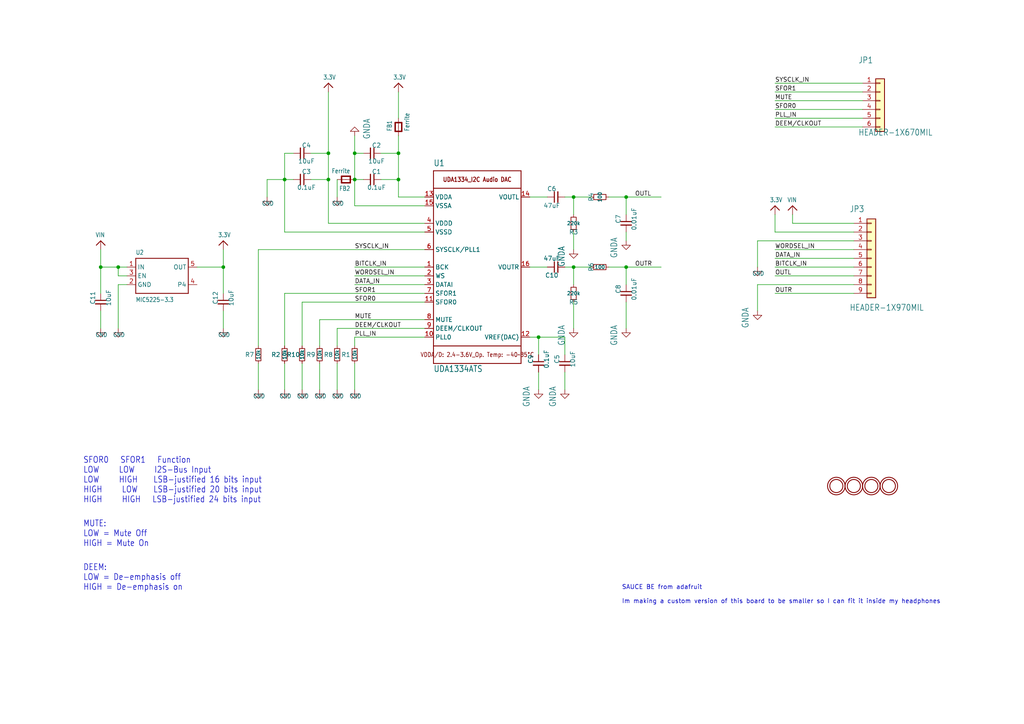
<source format=kicad_sch>
(kicad_sch (version 20211123) (generator eeschema)
  (paper "A4")
  (lib_symbols
    (symbol "Connector_Generic:Conn_01x06" (pin_names (offset 1.016) hide)
      (property "Reference" "J" (at 0 7.62 0))
      (property "Value" "Conn_01x06" (at 0 -10.16 0))
      (symbol "Conn_01x06_1_1"
        (rectangle (start -1.27 -7.493) (end 0 -7.747) (stroke (width 0.1524)))
        (rectangle (start -1.27 -4.953) (end 0 -5.207) (stroke (width 0.1524)))
        (rectangle (start -1.27 -2.413) (end 0 -2.667) (stroke (width 0.1524)))
        (rectangle (start -1.27 0.127) (end 0 -0.127) (stroke (width 0.1524)))
        (rectangle (start -1.27 2.667) (end 0 2.413) (stroke (width 0.1524)))
        (rectangle (start -1.27 5.207) (end 0 4.953) (stroke (width 0.1524)))
        (rectangle (start -1.27 6.35) (end 1.27 -8.89) (stroke (width 0.254)) (fill (type background)))
        (pin passive line (at -5.08 5.08 0) (length 3.81) (name "Pin_1") (number "1"))
        (pin passive line (at -5.08 2.54 0) (length 3.81) (name "Pin_2") (number "2"))
        (pin passive line (at -5.08 0 0) (length 3.81) (name "Pin_3") (number "3"))
        (pin passive line (at -5.08 -2.54 0) (length 3.81) (name "Pin_4") (number "4"))
        (pin passive line (at -5.08 -5.08 0) (length 3.81) (name "Pin_5") (number "5"))
        (pin passive line (at -5.08 -7.62 0) (length 3.81) (name "Pin_6") (number "6"))
      )
    )
    (symbol "Connector_Generic:Conn_01x09" (pin_names (offset 1.016) hide)
      (property "Reference" "J" (at 0 12.7 0))
      (property "Value" "Conn_01x09" (at 0 -12.7 0))
      (symbol "Conn_01x09_1_1"
        (rectangle (start -1.27 -10.033) (end 0 -10.287) (stroke (width 0.1524)))
        (rectangle (start -1.27 -7.493) (end 0 -7.747) (stroke (width 0.1524)))
        (rectangle (start -1.27 -4.953) (end 0 -5.207) (stroke (width 0.1524)))
        (rectangle (start -1.27 -2.413) (end 0 -2.667) (stroke (width 0.1524)))
        (rectangle (start -1.27 0.127) (end 0 -0.127) (stroke (width 0.1524)))
        (rectangle (start -1.27 2.667) (end 0 2.413) (stroke (width 0.1524)))
        (rectangle (start -1.27 5.207) (end 0 4.953) (stroke (width 0.1524)))
        (rectangle (start -1.27 7.747) (end 0 7.493) (stroke (width 0.1524)))
        (rectangle (start -1.27 10.287) (end 0 10.033) (stroke (width 0.1524)))
        (rectangle (start -1.27 11.43) (end 1.27 -11.43) (stroke (width 0.254)) (fill (type background)))
        (pin passive line (at -5.08 10.16 0) (length 3.81) (name "Pin_1") (number "1"))
        (pin passive line (at -5.08 7.62 0) (length 3.81) (name "Pin_2") (number "2"))
        (pin passive line (at -5.08 5.08 0) (length 3.81) (name "Pin_3") (number "3"))
        (pin passive line (at -5.08 2.54 0) (length 3.81) (name "Pin_4") (number "4"))
        (pin passive line (at -5.08 0 0) (length 3.81) (name "Pin_5") (number "5"))
        (pin passive line (at -5.08 -2.54 0) (length 3.81) (name "Pin_6") (number "6"))
        (pin passive line (at -5.08 -5.08 0) (length 3.81) (name "Pin_7") (number "7"))
        (pin passive line (at -5.08 -7.62 0) (length 3.81) (name "Pin_8") (number "8"))
        (pin passive line (at -5.08 -10.16 0) (length 3.81) (name "Pin_9") (number "9"))
      )
    )
    (symbol "Device:C_Small" (pin_numbers hide) (pin_names (offset 0.254) hide)
      (property "Reference" "C" (at 0.254 1.778 0))
      (property "Value" "C_Small" (at 0.254 -2.032 0))
      (symbol "C_Small_0_1"
        (polyline (pts (xy -1.524 -0.508) (xy 1.524 -0.508)) (stroke (width 0.3302)))
        (polyline (pts (xy -1.524 0.508) (xy 1.524 0.508)) (stroke (width 0.3048)))
      )
      (symbol "C_Small_1_1"
        (pin passive line (at 0 2.54 270) (length 2.032) (name "~") (number "1"))
        (pin passive line (at 0 -2.54 90) (length 2.032) (name "~") (number "2"))
      )
    )
    (symbol "Device:R_Small" (pin_numbers hide) (pin_names (offset 0.254) hide)
      (property "Reference" "R" (at 0.762 0.508 0))
      (property "Value" "R_Small" (at 0.762 -1.016 0))
      (symbol "R_Small_0_1"
        (rectangle (start -0.762 1.778) (end 0.762 -1.778) (stroke (width 0.2032)))
      )
      (symbol "R_Small_1_1"
        (pin passive line (at 0 2.54 270) (length 0.762) (name "~") (number "1"))
        (pin passive line (at 0 -2.54 90) (length 0.762) (name "~") (number "2"))
      )
    )
    (symbol "UDA1334-eagle-import:3.3V" (power)
      (property "Value" "3.3V" (at -1.524 1.016 0))
      (symbol "3.3V_1_0"
        (polyline (pts (xy -1.27 -1.27) (xy 0 0)) (stroke (width 0.254)))
        (polyline (pts (xy 0 0) (xy 1.27 -1.27)) (stroke (width 0.254)))
        (pin power_in line (at 0 -2.54 90) (length 2.54) (name "3.3V") (number "1"))
      )
    )
    (symbol "UDA1334-eagle-import:AUDIO_I2S_UDA1334{dblquote}{dblquote}"
      (property "Reference" "U" (at -12.7 29.21 0))
      (property "Value" "AUDIO_I2S_UDA1334{dblquote}{dblquote}" (at -12.7 -30.48 0))
      (symbol "AUDIO_I2S_UDA1334{dblquote}{dblquote}_1_0"
        (polyline (pts (xy -12.7 -27.94) (xy 12.7 -27.94)) (stroke (width 0.254)))
        (polyline (pts (xy -12.7 -22.86) (xy -12.7 -27.94)) (stroke (width 0.254)))
        (polyline (pts (xy -12.7 -22.86) (xy -12.7 22.86)) (stroke (width 0.254)))
        (polyline (pts (xy -12.7 22.86) (xy -12.7 27.94)) (stroke (width 0.254)))
        (polyline (pts (xy -12.7 22.86) (xy 12.7 22.86)) (stroke (width 0.254)))
        (polyline (pts (xy -12.7 27.94) (xy 12.7 27.94)) (stroke (width 0.254)))
        (polyline (pts (xy 12.7 -27.94) (xy 12.7 -22.86)) (stroke (width 0.254)))
        (polyline (pts (xy 12.7 -22.86) (xy -12.7 -22.86)) (stroke (width 0.254)))
        (polyline (pts (xy 12.7 22.86) (xy 12.7 -22.86)) (stroke (width 0.254)))
        (polyline (pts (xy 12.7 27.94) (xy 12.7 22.86)) (stroke (width 0.254)))
        (text "UDA1334_I2C Audio DAC" (at 0 25.4 0) (effects (font (size 1.27 1.0795) (thickness 0.2159) bold)))
        (text "VDDA/D: 2.4-3.6V_Op. Temp: -40~85°C" (at 0 -25.4 0) (effects (font (size 1.27 1.0795))))
        (pin input line (at -15.24 0 0) (length 2.54) (name "BCK") (number "1"))
        (pin input line (at -15.24 -20.32 0) (length 2.54) (name "PLL0") (number "10"))
        (pin input line (at -15.24 -10.16 0) (length 2.54) (name "SFOR0") (number "11"))
        (pin output line (at 15.24 -20.32 180) (length 2.54) (name "VREF(DAC)") (number "12"))
        (pin power_in line (at -15.24 20.32 0) (length 2.54) (name "VDDA") (number "13"))
        (pin output line (at 15.24 20.32 180) (length 2.54) (name "VOUTL") (number "14"))
        (pin power_in line (at -15.24 17.78 0) (length 2.54) (name "VSSA") (number "15"))
        (pin output line (at 15.24 0 180) (length 2.54) (name "VOUTR") (number "16"))
        (pin input line (at -15.24 -2.54 0) (length 2.54) (name "WS") (number "2"))
        (pin input line (at -15.24 -5.08 0) (length 2.54) (name "DATAI") (number "3"))
        (pin power_in line (at -15.24 12.7 0) (length 2.54) (name "VDDD") (number "4"))
        (pin power_in line (at -15.24 10.16 0) (length 2.54) (name "VSSD") (number "5"))
        (pin input line (at -15.24 5.08 0) (length 2.54) (name "SYSCLK/PLL1") (number "6"))
        (pin input line (at -15.24 -7.62 0) (length 2.54) (name "SFOR1") (number "7"))
        (pin input line (at -15.24 -15.24 0) (length 2.54) (name "MUTE") (number "8"))
        (pin bidirectional line (at -15.24 -17.78 0) (length 2.54) (name "DEEM/CLKOUT") (number "9"))
      )
    )
    (symbol "UDA1334-eagle-import:FERRITE0805"
      (property "Reference" "FB" (at -1.27 1.905 0))
      (property "Value" "FERRITE0805" (at -1.27 -3.175 0))
      (symbol "FERRITE0805_1_0"
        (polyline (pts (xy -1.27 -0.9525) (xy -1.27 0.9525)) (stroke (width 0.4064)))
        (polyline (pts (xy -1.27 0.9525) (xy 1.27 0.9525)) (stroke (width 0.4064)))
        (polyline (pts (xy 1.27 -0.9525) (xy -1.27 -0.9525)) (stroke (width 0.4064)))
        (polyline (pts (xy 1.27 0.9525) (xy 1.27 -0.9525)) (stroke (width 0.4064)))
        (pin passive line (at -2.54 0 0) (length 2.54) (name "P$1") (number "1"))
        (pin passive line (at 2.54 0 180) (length 2.54) (name "P$2") (number "2"))
      )
    )
    (symbol "UDA1334-eagle-import:MOUNTINGHOLE2.5"
      (symbol "MOUNTINGHOLE2.5_1_0"
        (circle (center 0 0) (radius 1.905) (stroke (width 0.254)))
        (circle (center 0 0) (radius 2.54) (stroke (width 0.254)))
      )
    )
    (symbol "UDA1334-eagle-import:VIN" (power)
      (property "Value" "VIN" (at -1.524 1.016 0))
      (symbol "VIN_1_0"
        (polyline (pts (xy -1.27 -1.27) (xy 0 0)) (stroke (width 0.254)))
        (polyline (pts (xy 0 0) (xy 1.27 -1.27)) (stroke (width 0.254)))
        (pin power_in line (at 0 -2.54 90) (length 2.54) (name "VIN") (number "1"))
      )
    )
    (symbol "UDA1334-eagle-import:VREG_SOT23-5"
      (property "Reference" "U" (at -7.62 6.096 0))
      (property "Value" "VREG_SOT23-5" (at -7.62 -7.62 0))
      (symbol "VREG_SOT23-5_1_0"
        (polyline (pts (xy -7.62 -5.08) (xy -7.62 5.08)) (stroke (width 0.254)))
        (polyline (pts (xy -7.62 5.08) (xy 7.62 5.08)) (stroke (width 0.254)))
        (polyline (pts (xy 7.62 -5.08) (xy -7.62 -5.08)) (stroke (width 0.254)))
        (polyline (pts (xy 7.62 5.08) (xy 7.62 -5.08)) (stroke (width 0.254)))
        (pin power_in line (at -10.16 2.54 0) (length 2.54) (name "IN") (number "1"))
        (pin power_in line (at -10.16 -2.54 0) (length 2.54) (name "GND") (number "2"))
        (pin input line (at -10.16 0 0) (length 2.54) (name "EN") (number "3"))
        (pin bidirectional line (at 10.16 -2.54 180) (length 2.54) (name "P4") (number "4"))
        (pin power_in line (at 10.16 2.54 180) (length 2.54) (name "OUT") (number "5"))
      )
    )
    (symbol "power:GND" (power) (pin_names (offset 0))
      (property "Value" "GND" (at 0 -3.81 0))
      (symbol "GND_0_1"
        (polyline (pts (xy 0 0) (xy 0 -1.27) (xy 1.27 -1.27) (xy 0 -2.54) (xy -1.27 -1.27) (xy 0 -1.27)))
      )
      (symbol "GND_1_1"
        (pin power_in line (at 0 0 270) (length 0) hide (name "GND") (number "1"))
      )
    )
    (symbol "power:GNDA" (power) (pin_names (offset 0))
      (property "Value" "GNDA" (at 0 -3.81 0))
      (symbol "GNDA_0_1"
        (polyline (pts (xy 0 0) (xy 0 -1.27) (xy 1.27 -1.27) (xy 0 -2.54) (xy -1.27 -1.27) (xy 0 -1.27)))
      )
      (symbol "GNDA_1_1"
        (pin power_in line (at 0 0 270) (length 0) hide (name "GNDA") (number "1"))
      )
    )
  )
  (junction (at 29.21 77.47))
  (junction (at 166.37 77.47))
  (junction (at 156.21 97.79))
  (junction (at 82.55 52.07))
  (junction (at 115.57 44.45))
  (junction (at 64.77 77.47))
  (junction (at 102.87 44.45))
  (junction (at 102.87 52.07))
  (junction (at 95.25 52.07))
  (junction (at 181.61 77.47))
  (junction (at 166.37 57.15))
  (junction (at 181.61 57.15))
  (junction (at 34.29 77.47))
  (junction (at 95.25 44.45))
  (junction (at 115.57 52.07))
  (wire (pts (xy 250.19 24.13) (xy 224.79 24.13)))
  (wire (pts (xy 229.87 64.77) (xy 229.87 62.23)))
  (wire (pts (xy 166.37 77.47) (xy 171.45 77.47)))
  (wire (pts (xy 247.65 77.47) (xy 224.79 77.47)))
  (wire (pts (xy 123.19 77.47) (xy 102.87 77.47)))
  (wire (pts (xy 181.61 87.63) (xy 181.61 95.25)))
  (wire (pts (xy 219.71 69.85) (xy 219.71 77.47)))
  (wire (pts (xy 153.67 97.79) (xy 156.21 97.79)))
  (wire (pts (xy 250.19 31.75) (xy 224.79 31.75)))
  (wire (pts (xy 95.25 64.77) (xy 95.25 52.07)))
  (wire (pts (xy 34.29 80.01) (xy 34.29 77.47)))
  (wire (pts (xy 166.37 57.15) (xy 163.83 57.15)))
  (wire (pts (xy 123.19 59.69) (xy 102.87 59.69)))
  (wire (pts (xy 156.21 97.79) (xy 163.83 97.79)))
  (wire (pts (xy 247.65 72.39) (xy 224.79 72.39)))
  (wire (pts (xy 102.87 44.45) (xy 105.41 44.45)))
  (wire (pts (xy 92.71 92.71) (xy 92.71 100.33)))
  (wire (pts (xy 77.47 52.07) (xy 77.47 57.15)))
  (wire (pts (xy 64.77 90.17) (xy 64.77 95.25)))
  (wire (pts (xy 92.71 105.41) (xy 92.71 113.03)))
  (wire (pts (xy 97.79 105.41) (xy 97.79 113.03)))
  (wire (pts (xy 166.37 57.15) (xy 171.45 57.15)))
  (wire (pts (xy 219.71 82.55) (xy 219.71 90.17)))
  (wire (pts (xy 156.21 97.79) (xy 156.21 102.87)))
  (wire (pts (xy 82.55 85.09) (xy 82.55 100.33)))
  (wire (pts (xy 115.57 34.29) (xy 115.57 26.67)))
  (wire (pts (xy 82.55 105.41) (xy 82.55 113.03)))
  (wire (pts (xy 64.77 77.47) (xy 64.77 72.39)))
  (wire (pts (xy 82.55 52.07) (xy 77.47 52.07)))
  (wire (pts (xy 87.63 87.63) (xy 87.63 100.33)))
  (wire (pts (xy 153.67 77.47) (xy 158.75 77.47)))
  (wire (pts (xy 163.83 97.79) (xy 163.83 102.87)))
  (wire (pts (xy 115.57 44.45) (xy 115.57 39.37)))
  (wire (pts (xy 29.21 77.47) (xy 29.21 85.09)))
  (wire (pts (xy 36.83 82.55) (xy 34.29 82.55)))
  (wire (pts (xy 87.63 105.41) (xy 87.63 113.03)))
  (wire (pts (xy 90.17 52.07) (xy 95.25 52.07)))
  (wire (pts (xy 57.15 77.47) (xy 64.77 77.47)))
  (wire (pts (xy 105.41 52.07) (xy 102.87 52.07)))
  (wire (pts (xy 181.61 57.15) (xy 181.61 62.23)))
  (wire (pts (xy 123.19 57.15) (xy 115.57 57.15)))
  (wire (pts (xy 29.21 90.17) (xy 29.21 95.25)))
  (wire (pts (xy 247.65 80.01) (xy 224.79 80.01)))
  (wire (pts (xy 123.19 92.71) (xy 92.71 92.71)))
  (wire (pts (xy 123.19 95.25) (xy 97.79 95.25)))
  (wire (pts (xy 247.65 85.09) (xy 224.79 85.09)))
  (wire (pts (xy 82.55 52.07) (xy 82.55 44.45)))
  (wire (pts (xy 110.49 44.45) (xy 115.57 44.45)))
  (wire (pts (xy 247.65 64.77) (xy 229.87 64.77)))
  (wire (pts (xy 166.37 77.47) (xy 163.83 77.47)))
  (wire (pts (xy 102.87 39.37) (xy 102.87 44.45)))
  (wire (pts (xy 123.19 97.79) (xy 102.87 97.79)))
  (wire (pts (xy 36.83 80.01) (xy 34.29 80.01)))
  (wire (pts (xy 181.61 67.31) (xy 181.61 69.85)))
  (wire (pts (xy 123.19 72.39) (xy 74.93 72.39)))
  (wire (pts (xy 97.79 52.07) (xy 97.79 57.15)))
  (wire (pts (xy 247.65 69.85) (xy 219.71 69.85)))
  (wire (pts (xy 36.83 77.47) (xy 34.29 77.47)))
  (wire (pts (xy 250.19 34.29) (xy 224.79 34.29)))
  (wire (pts (xy 34.29 77.47) (xy 29.21 77.47)))
  (wire (pts (xy 34.29 82.55) (xy 34.29 95.25)))
  (wire (pts (xy 123.19 64.77) (xy 95.25 64.77)))
  (wire (pts (xy 153.67 57.15) (xy 158.75 57.15)))
  (wire (pts (xy 102.87 97.79) (xy 102.87 100.33)))
  (wire (pts (xy 123.19 85.09) (xy 82.55 85.09)))
  (wire (pts (xy 181.61 57.15) (xy 191.77 57.15)))
  (wire (pts (xy 176.53 57.15) (xy 181.61 57.15)))
  (wire (pts (xy 102.87 52.07) (xy 102.87 44.45)))
  (wire (pts (xy 74.93 72.39) (xy 74.93 100.33)))
  (wire (pts (xy 123.19 87.63) (xy 87.63 87.63)))
  (wire (pts (xy 166.37 77.47) (xy 166.37 82.55)))
  (wire (pts (xy 82.55 44.45) (xy 85.09 44.45)))
  (wire (pts (xy 250.19 29.21) (xy 224.79 29.21)))
  (wire (pts (xy 247.65 67.31) (xy 224.79 67.31)))
  (wire (pts (xy 95.25 44.45) (xy 95.25 26.67)))
  (wire (pts (xy 115.57 52.07) (xy 115.57 44.45)))
  (wire (pts (xy 29.21 77.47) (xy 29.21 72.39)))
  (wire (pts (xy 166.37 67.31) (xy 166.37 72.39)))
  (wire (pts (xy 247.65 74.93) (xy 224.79 74.93)))
  (wire (pts (xy 181.61 77.47) (xy 181.61 82.55)))
  (wire (pts (xy 250.19 26.67) (xy 224.79 26.67)))
  (wire (pts (xy 156.21 107.95) (xy 156.21 113.03)))
  (wire (pts (xy 90.17 44.45) (xy 95.25 44.45)))
  (wire (pts (xy 163.83 107.95) (xy 163.83 113.03)))
  (wire (pts (xy 123.19 80.01) (xy 102.87 80.01)))
  (wire (pts (xy 102.87 105.41) (xy 102.87 113.03)))
  (wire (pts (xy 166.37 57.15) (xy 166.37 62.23)))
  (wire (pts (xy 64.77 77.47) (xy 64.77 85.09)))
  (wire (pts (xy 181.61 77.47) (xy 191.77 77.47)))
  (wire (pts (xy 224.79 67.31) (xy 224.79 62.23)))
  (wire (pts (xy 82.55 67.31) (xy 82.55 52.07)))
  (wire (pts (xy 95.25 52.07) (xy 95.25 44.45)))
  (wire (pts (xy 97.79 95.25) (xy 97.79 100.33)))
  (wire (pts (xy 166.37 87.63) (xy 166.37 95.25)))
  (wire (pts (xy 123.19 82.55) (xy 102.87 82.55)))
  (wire (pts (xy 110.49 52.07) (xy 115.57 52.07)))
  (wire (pts (xy 176.53 77.47) (xy 181.61 77.47)))
  (wire (pts (xy 250.19 36.83) (xy 224.79 36.83)))
  (wire (pts (xy 247.65 82.55) (xy 219.71 82.55)))
  (wire (pts (xy 102.87 59.69) (xy 102.87 52.07)))
  (wire (pts (xy 85.09 52.07) (xy 82.55 52.07)))
  (wire (pts (xy 115.57 57.15) (xy 115.57 52.07)))
  (wire (pts (xy 123.19 67.31) (xy 82.55 67.31)))
  (wire (pts (xy 74.93 105.41) (xy 74.93 113.03)))
  (text "MUTE:\nLOW = Mute Off\nHIGH = Mute On" (at 24.13 158.75 180) (effects (font (size 1.778 1.5113)) (justify left bottom)))
  (text "SFOR0   SFOR1   Function\nLOW     LOW     I2S-Bus Input\nLOW     HIGH    LSB-justified 16 bits input\nHIGH     LOW    LSB-justified 20 bits input\nHIGH     HIGH   LSB-justified 24 bits input" (at 24.13 146.05 0) (effects (font (size 1.778 1.5113)) (justify left bottom)))
  (text "DEEM:\nLOW = De-emphasis off\nHIGH = De-emphasis on" (at 24.13 171.45 180) (effects (font (size 1.778 1.5113)) (justify left bottom)))
  (text "SAUCE BE from adafruit\n\nIm making a custom version of this board to be smaller so I can fit it inside my headphones" (at 180.34 175.26 0) (effects (font (size 1.27 1.27)) (justify left bottom)))
  (label "OUTL" (at 224.79 80.01 0) (effects (font (size 1.2446 1.2446))))
  (label "SYSCLK_IN" (at 224.79 24.13 0) (effects (font (size 1.2446 1.2446))))
  (label "SFOR0" (at 102.87 87.63 0) (effects (font (size 1.2446 1.2446))))
  (label "PLL_IN" (at 224.79 34.29 0) (effects (font (size 1.2446 1.2446))))
  (label "OUTL" (at 184.15 57.15 0) (effects (font (size 1.2446 1.2446))))
  (label "PLL_IN" (at 102.87 97.79 0) (effects (font (size 1.2446 1.2446))))
  (label "OUTR" (at 224.79 85.09 0) (effects (font (size 1.2446 1.2446))))
  (label "MUTE" (at 224.79 29.21 0) (effects (font (size 1.2446 1.2446))))
  (label "WORDSEL_IN" (at 102.87 80.01 0) (effects (font (size 1.2446 1.2446))))
  (label "MUTE" (at 102.87 92.71 0) (effects (font (size 1.2446 1.2446))))
  (label "SYSCLK_IN" (at 102.87 72.39 0) (effects (font (size 1.2446 1.2446))))
  (label "OUTR" (at 184.15 77.47 0) (effects (font (size 1.2446 1.2446))))
  (label "BITCLK_IN" (at 224.79 77.47 0) (effects (font (size 1.2446 1.2446))))
  (label "DEEM/CLKOUT" (at 102.87 95.25 0) (effects (font (size 1.2446 1.2446))))
  (label "SFOR1" (at 224.79 26.67 0) (effects (font (size 1.2446 1.2446))))
  (label "WORDSEL_IN" (at 224.79 72.39 0) (effects (font (size 1.2446 1.2446))))
  (label "DEEM/CLKOUT" (at 224.79 36.83 0) (effects (font (size 1.2446 1.2446))))
  (label "SFOR0" (at 224.79 31.75 0) (effects (font (size 1.2446 1.2446))))
  (label "DATA_IN" (at 224.79 74.93 0) (effects (font (size 1.2446 1.2446))))
  (label "BITCLK_IN" (at 102.87 77.47 0) (effects (font (size 1.2446 1.2446))))
  (label "SFOR1" (at 102.87 85.09 0) (effects (font (size 1.2446 1.2446))))
  (label "DATA_IN" (at 102.87 82.55 0) (effects (font (size 1.2446 1.2446))))
  (symbol (lib_id "power:GND") (at 219.71 77.47 0) (unit 1)
    (property "Reference" "#U$26" (effects hide))
    (property "Value" "GND" (at 218.186 80.01 0) (effects (font (size 1.27 1.0795)) (justify left bottom)))
  )
  (symbol (lib_id "Device:R_Small") (at 92.71 102.87 180) (unit 1)
    (property "Reference" "R9" (at 90.17 102.87 0))
    (property "Value" "10k" (at 92.71 102.87 90) (effects (font (size 1.016 1.016) bold)))
    (property "Footprint" "Resistor_SMD:R_0603_1608Metric" (effects hide))
  )
  (symbol (lib_id "power:GND") (at 64.77 95.25 0) (unit 1)
    (property "Reference" "#U$20" (effects hide))
    (property "Value" "GND" (at 63.246 97.79 0) (effects (font (size 1.27 1.0795)) (justify left bottom)))
  )
  (symbol (lib_id "UDA1334-eagle-import:VIN") (at 29.21 69.85 0) (unit 1)
    (property "Reference" "#U$22" (effects hide))
    (property "Value" "VIN" (at 27.686 68.834 0) (effects (font (size 1.27 1.0795)) (justify left bottom)))
  )
  (symbol (lib_id "Device:R_Small") (at 166.37 64.77 180) (unit 1)
    (property "Reference" "R3" (at 166.37 67.31 0))
    (property "Value" "220k" (at 166.37 64.77 0) (effects (font (size 1.016 1.016) bold)))
    (property "Footprint" "Capacitor_SMD:C_0805_2012Metric" (effects hide))
  )
  (symbol (lib_id "Device:C_Small") (at 181.61 64.77 0) (unit 1)
    (property "Reference" "C7" (at 179.32 63.52 90))
    (property "Value" "0.01uF" (at 183.91 63.52 90))
    (property "Footprint" "Capacitor_SMD:C_0805_2012Metric" (effects hide))
  )
  (symbol (lib_id "Device:C_Small") (at 107.95 44.45 270) (unit 1)
    (property "Reference" "C2" (at 109.2 42.16 90))
    (property "Value" "10uF" (at 109.2 46.75 90))
    (property "Footprint" "Capacitor_SMD:C_0805_2012Metric" (effects hide))
  )
  (symbol (lib_id "power:GND") (at 92.71 113.03 0) (unit 1)
    (property "Reference" "#U$15" (effects hide))
    (property "Value" "GND" (at 91.186 115.57 0) (effects (font (size 1.27 1.0795)) (justify left bottom)))
  )
  (symbol (lib_id "power:GND") (at 97.79 113.03 0) (unit 1)
    (property "Reference" "#U$16" (effects hide))
    (property "Value" "GND" (at 96.266 115.57 0) (effects (font (size 1.27 1.0795)) (justify left bottom)))
  )
  (symbol (lib_id "Device:R_Small") (at 74.93 102.87 180) (unit 1)
    (property "Reference" "R7" (at 72.39 102.87 0))
    (property "Value" "10k" (at 74.93 102.87 90) (effects (font (size 1.016 1.016) bold)))
    (property "Footprint" "Resistor_SMD:R_0603_1608Metric" (effects hide))
  )
  (symbol (lib_id "Device:R_Small") (at 102.87 102.87 180) (unit 1)
    (property "Reference" "R1" (at 100.33 102.87 0))
    (property "Value" "10k" (at 102.87 102.87 90) (effects (font (size 1.016 1.016) bold)))
    (property "Footprint" "Resistor_SMD:R_0603_1608Metric" (effects hide))
  )
  (symbol (lib_id "Device:C_Small") (at 181.61 85.09 0) (unit 1)
    (property "Reference" "C8" (at 179.32 83.84 90))
    (property "Value" "0.01uF" (at 183.91 83.84 90))
    (property "Footprint" "Capacitor_SMD:C_0805_2012Metric" (effects hide))
  )
  (symbol (lib_id "power:GND") (at 77.47 57.15 0) (unit 1)
    (property "Reference" "#U$1" (effects hide))
    (property "Value" "GND" (at 75.946 59.69 0) (effects (font (size 1.27 1.0795)) (justify left bottom)))
  )
  (symbol (lib_id "UDA1334-eagle-import:VIN") (at 229.87 59.69 0) (unit 1)
    (property "Reference" "#U$24" (effects hide))
    (property "Value" "VIN" (at 228.346 58.674 0) (effects (font (size 1.27 1.0795)) (justify left bottom)))
  )
  (symbol (lib_id "Device:R_Small") (at 173.99 77.47 90) (unit 1)
    (property "Reference" "R6" (at 171.45 77.47 0))
    (property "Value" "100" (at 173.99 77.47 90) (effects (font (size 1.016 1.016) bold)))
    (property "Footprint" "Capacitor_SMD:C_0805_2012Metric" (effects hide))
  )
  (symbol (lib_id "Device:C_Small") (at 87.63 44.45 270) (unit 1)
    (property "Reference" "C4" (at 88.88 42.16 90))
    (property "Value" "10uF" (at 88.88 46.75 90))
    (property "Footprint" "Capacitor_SMD:C_0805_2012Metric" (effects hide))
  )
  (symbol (lib_id "power:GNDA") (at 166.37 72.39 0) (unit 1)
    (property "Reference" "#AGND6" (effects hide))
    (property "Value" "AGND" (at 163.83 77.47 90) (effects (font (size 1.778 1.5113)) (justify left bottom)))
  )
  (symbol (lib_id "Device:C_Small") (at 29.21 87.63 0) (unit 1)
    (property "Reference" "C11" (at 26.92 86.38 90))
    (property "Value" "10uF" (at 31.51 86.38 90))
    (property "Footprint" "Capacitor_SMD:C_0805_2012Metric" (effects hide))
  )
  (symbol (lib_id "power:GNDA") (at 181.61 69.85 0) (unit 1)
    (property "Reference" "#AGND5" (effects hide))
    (property "Value" "AGND" (at 179.07 74.93 90) (effects (font (size 1.778 1.5113)) (justify left bottom)))
  )
  (symbol (lib_id "power:GNDA") (at 102.87 39.37 180) (unit 1)
    (property "Reference" "#AGND7" (effects hide))
    (property "Value" "AGND" (at 105.41 34.29 90) (effects (font (size 1.778 1.5113)) (justify left bottom)))
  )
  (symbol (lib_id "UDA1334-eagle-import:3.3V") (at 224.79 59.69 0) (unit 1)
    (property "Reference" "#U$25" (effects hide))
    (property "Value" "3.3V" (at 223.266 58.674 0) (effects (font (size 1.27 1.0795)) (justify left bottom)))
  )
  (symbol (lib_id "UDA1334-eagle-import:MOUNTINGHOLE2.5") (at 257.81 140.97 0) (unit 1)
    (property "Reference" "U$11" (effects hide))
    (property "Value" "MOUNTINGHOLE" (effects hide))
    (property "Footprint" "MountingHole:MountingHole_2.2mm_M2" (effects hide))
  )
  (symbol (lib_id "Device:C_Small") (at 163.83 105.41 0) (unit 1)
    (property "Reference" "C5" (at 161.54 104.16 90))
    (property "Value" "10uF" (at 166.13 104.16 90))
    (property "Footprint" "Capacitor_SMD:C_0805_2012Metric" (effects hide))
  )
  (symbol (lib_id "Connector_Generic:Conn_01x06") (at 255.27 29.21 0) (unit 1)
    (property "Reference" "JP1" (at 248.92 18.415 0) (effects (font (size 1.778 1.5113)) (justify left bottom)))
    (property "Value" "HEADER-1X670MIL" (at 248.92 39.37 0) (effects (font (size 1.778 1.5113)) (justify left bottom)))
    (property "Footprint" "Connector_PinHeader_2.54mm:PinHeader_1x06_P2.54mm_Vertical" (effects hide))
  )
  (symbol (lib_id "power:GNDA") (at 156.21 113.03 0) (unit 1)
    (property "Reference" "#AGND2" (effects hide))
    (property "Value" "AGND" (at 153.67 118.11 90) (effects (font (size 1.778 1.5113)) (justify left bottom)))
  )
  (symbol (lib_id "Device:C_Small") (at 64.77 87.63 0) (unit 1)
    (property "Reference" "C12" (at 62.48 86.38 90))
    (property "Value" "10uF" (at 67.07 86.38 90))
    (property "Footprint" "Capacitor_SMD:C_0805_2012Metric" (effects hide))
  )
  (symbol (lib_id "power:GNDA") (at 219.71 90.17 0) (unit 1)
    (property "Reference" "#AGND8" (effects hide))
    (property "Value" "AGND" (at 217.17 95.25 90) (effects (font (size 1.778 1.5113)) (justify left bottom)))
  )
  (symbol (lib_id "Device:R_Small") (at 97.79 102.87 180) (unit 1)
    (property "Reference" "R8" (at 95.25 102.87 0))
    (property "Value" "10k" (at 97.79 102.87 90) (effects (font (size 1.016 1.016) bold)))
    (property "Footprint" "Resistor_SMD:R_0603_1608Metric" (effects hide))
  )
  (symbol (lib_id "Device:R_Small") (at 166.37 85.09 180) (unit 1)
    (property "Reference" "R5" (at 166.37 87.63 0))
    (property "Value" "220k" (at 166.37 85.09 0) (effects (font (size 1.016 1.016) bold)))
    (property "Footprint" "Capacitor_SMD:C_0805_2012Metric" (effects hide))
  )
  (symbol (lib_id "power:GNDA") (at 166.37 95.25 0) (unit 1)
    (property "Reference" "#AGND4" (effects hide))
    (property "Value" "AGND" (at 163.83 100.33 90) (effects (font (size 1.778 1.5113)) (justify left bottom)))
  )
  (symbol (lib_id "UDA1334-eagle-import:MOUNTINGHOLE2.5") (at 242.57 140.97 0) (unit 1)
    (property "Reference" "U$14" (effects hide))
    (property "Value" "MOUNTINGHOLE" (effects hide))
    (property "Footprint" "MountingHole:MountingHole_2.2mm_M2" (effects hide))
  )
  (symbol (lib_id "power:GND") (at 82.55 113.03 0) (unit 1)
    (property "Reference" "#U$18" (effects hide))
    (property "Value" "GND" (at 81.026 115.57 0) (effects (font (size 1.27 1.0795)) (justify left bottom)))
  )
  (symbol (lib_id "UDA1334-eagle-import:MOUNTINGHOLE2.5") (at 247.65 140.97 0) (unit 1)
    (property "Reference" "U$13" (effects hide))
    (property "Value" "MOUNTINGHOLE" (effects hide))
    (property "Footprint" "MountingHole:MountingHole_2.2mm_M2" (effects hide))
  )
  (symbol (lib_id "power:GND") (at 34.29 95.25 0) (unit 1)
    (property "Reference" "#U$23" (effects hide))
    (property "Value" "GND" (at 32.766 97.79 0) (effects (font (size 1.27 1.0795)) (justify left bottom)))
  )
  (symbol (lib_id "UDA1334-eagle-import:MOUNTINGHOLE2.5") (at 252.73 140.97 0) (unit 1)
    (property "Reference" "U$12" (effects hide))
    (property "Value" "MOUNTINGHOLE" (effects hide))
    (property "Footprint" "MountingHole:MountingHole_2.2mm_M2" (effects hide))
  )
  (symbol (lib_id "UDA1334-eagle-import:AUDIO_I2S_UDA1334{dblquote}{dblquote}") (at 138.43 77.47 0) (unit 1)
    (property "Reference" "U1" (at 125.73 48.26 0) (effects (font (size 1.778 1.5113)) (justify left bottom)))
    (property "Value" "UDA1334ATS" (at 125.73 107.95 0) (effects (font (size 1.778 1.5113)) (justify left bottom)))
    (property "Footprint" "Package_SO:HTSSOP-16-1EP_4.4x5mm_P0.65mm_EP3.4x5mm" (effects hide))
  )
  (symbol (lib_id "Connector_Generic:Conn_01x09") (at 252.73 74.93 0) (unit 1)
    (property "Reference" "JP3" (at 246.38 61.595 0) (effects (font (size 1.778 1.5113)) (justify left bottom)))
    (property "Value" "HEADER-1X970MIL" (at 246.38 90.17 0) (effects (font (size 1.778 1.5113)) (justify left bottom)))
    (property "Footprint" "Connector_PinHeader_2.54mm:PinHeader_1x09_P2.54mm_Vertical" (effects hide))
  )
  (symbol (lib_id "Device:C_Small") (at 161.29 77.47 90) (unit 1)
    (property "Reference" "C10" (at 160.04 79.86 90))
    (property "Value" "47uF" (at 160.04 74.97 90))
    (property "Footprint" "Capacitor_SMD:CP_Elec_4x5.4" (effects hide))
  )
  (symbol (lib_id "power:GNDA") (at 181.61 95.25 0) (unit 1)
    (property "Reference" "#AGND3" (effects hide))
    (property "Value" "AGND" (at 179.07 100.33 90) (effects (font (size 1.778 1.5113)) (justify left bottom)))
  )
  (symbol (lib_id "power:GND") (at 87.63 113.03 0) (unit 1)
    (property "Reference" "#U$17" (effects hide))
    (property "Value" "GND" (at 86.106 115.57 0) (effects (font (size 1.27 1.0795)) (justify left bottom)))
  )
  (symbol (lib_id "Device:C_Small") (at 156.21 105.41 0) (unit 1)
    (property "Reference" "C9" (at 153.92 104.16 90))
    (property "Value" "0.1uF" (at 158.51 104.16 90))
    (property "Footprint" "Capacitor_SMD:C_0805_2012Metric" (effects hide))
  )
  (symbol (lib_id "Device:C_Small") (at 161.29 57.15 90) (mirror x) (unit 1)
    (property "Reference" "C6" (at 160.04 54.76 90))
    (property "Value" "47uF" (at 160.04 59.65 90))
    (property "Footprint" "Capacitor_SMD:CP_Elec_4x5.4" (effects hide))
  )
  (symbol (lib_id "Device:C_Small") (at 107.95 52.07 270) (unit 1)
    (property "Reference" "C1" (at 109.2 49.78 90))
    (property "Value" "0.1uF" (at 109.2 54.37 90))
    (property "Footprint" "Capacitor_SMD:C_0805_2012Metric" (effects hide))
  )
  (symbol (lib_id "power:GND") (at 74.93 113.03 0) (unit 1)
    (property "Reference" "#U$31" (effects hide))
    (property "Value" "GND" (at 73.406 115.57 0) (effects (font (size 1.27 1.0795)) (justify left bottom)))
  )
  (symbol (lib_id "power:GNDA") (at 163.83 113.03 0) (unit 1)
    (property "Reference" "#AGND1" (effects hide))
    (property "Value" "AGND" (at 161.29 118.11 90) (effects (font (size 1.778 1.5113)) (justify left bottom)))
  )
  (symbol (lib_id "UDA1334-eagle-import:VREG_SOT23-5") (at 46.99 80.01 0) (unit 1)
    (property "Reference" "U2" (at 39.37 73.914 0) (effects (font (size 1.27 1.0795)) (justify left bottom)))
    (property "Value" "MIC5225-3.3" (at 39.37 87.63 0) (effects (font (size 1.27 1.0795)) (justify left bottom)))
    (property "Footprint" "Package_TO_SOT_SMD:SOT-23-5" (effects hide))
  )
  (symbol (lib_id "power:GND") (at 29.21 95.25 0) (unit 1)
    (property "Reference" "#U$19" (effects hide))
    (property "Value" "GND" (at 27.686 97.79 0) (effects (font (size 1.27 1.0795)) (justify left bottom)))
  )
  (symbol (lib_id "power:GND") (at 102.87 113.03 0) (unit 1)
    (property "Reference" "#U$30" (effects hide))
    (property "Value" "GND" (at 101.346 115.57 0) (effects (font (size 1.27 1.0795)) (justify left bottom)))
  )
  (symbol (lib_id "UDA1334-eagle-import:3.3V") (at 95.25 24.13 0) (unit 1)
    (property "Reference" "#U$3" (effects hide))
    (property "Value" "3.3V" (at 93.726 23.114 0) (effects (font (size 1.27 1.0795)) (justify left bottom)))
  )
  (symbol (lib_id "UDA1334-eagle-import:3.3V") (at 115.57 24.13 0) (unit 1)
    (property "Reference" "#U$4" (effects hide))
    (property "Value" "3.3V" (at 114.046 23.114 0) (effects (font (size 1.27 1.0795)) (justify left bottom)))
  )
  (symbol (lib_id "UDA1334-eagle-import:FERRITE0805") (at 115.57 36.83 90) (unit 1)
    (property "Reference" "FB1" (at 113.665 38.1 0) (effects (font (size 1.27 1.0795)) (justify left bottom)))
    (property "Value" "Ferrite" (at 118.745 38.1 0) (effects (font (size 1.27 1.0795)) (justify left bottom)))
    (property "Footprint" "Resistor_SMD:R_0805_2012Metric" (effects hide))
  )
  (symbol (lib_id "Device:C_Small") (at 87.63 52.07 270) (unit 1)
    (property "Reference" "C3" (at 88.88 49.78 90))
    (property "Value" "0.1uF" (at 88.88 54.37 90))
    (property "Footprint" "Capacitor_SMD:C_0805_2012Metric" (effects hide))
  )
  (symbol (lib_id "Device:R_Small") (at 82.55 102.87 0) (unit 1)
    (property "Reference" "R2" (at 80.01 102.87 0))
    (property "Value" "10k" (at 82.55 102.87 90) (effects (font (size 1.016 1.016) bold)))
    (property "Footprint" "Resistor_SMD:R_0603_1608Metric" (effects hide))
  )
  (symbol (lib_id "UDA1334-eagle-import:FERRITE0805") (at 100.33 52.07 180) (unit 1)
    (property "Reference" "FB2" (at 101.6 53.975 0) (effects (font (size 1.27 1.0795)) (justify left bottom)))
    (property "Value" "Ferrite" (at 101.6 48.895 0) (effects (font (size 1.27 1.0795)) (justify left bottom)))
    (property "Footprint" "Resistor_SMD:R_0805_2012Metric" (effects hide))
  )
  (symbol (lib_id "UDA1334-eagle-import:3.3V") (at 64.77 69.85 0) (unit 1)
    (property "Reference" "#U$21" (effects hide))
    (property "Value" "3.3V" (at 63.246 68.834 0) (effects (font (size 1.27 1.0795)) (justify left bottom)))
  )
  (symbol (lib_id "Device:R_Small") (at 173.99 57.15 90) (unit 1)
    (property "Reference" "R4" (at 171.45 57.15 0))
    (property "Value" "100" (at 173.99 57.15 0) (effects (font (size 1.016 1.016) bold)))
    (property "Footprint" "Capacitor_SMD:C_0805_2012Metric" (effects hide))
  )
  (symbol (lib_id "Device:R_Small") (at 87.63 102.87 180) (unit 1)
    (property "Reference" "R10" (at 85.09 102.87 0))
    (property "Value" "10k" (at 87.63 102.87 90) (effects (font (size 1.016 1.016) bold)))
    (property "Footprint" "Resistor_SMD:R_0603_1608Metric" (effects hide))
  )
  (symbol (lib_id "power:GND") (at 97.79 57.15 0) (unit 1)
    (property "Reference" "#U$2" (effects hide))
    (property "Value" "GND" (at 96.266 59.69 0) (effects (font (size 1.27 1.0795)) (justify left bottom)))
  )
)
</source>
